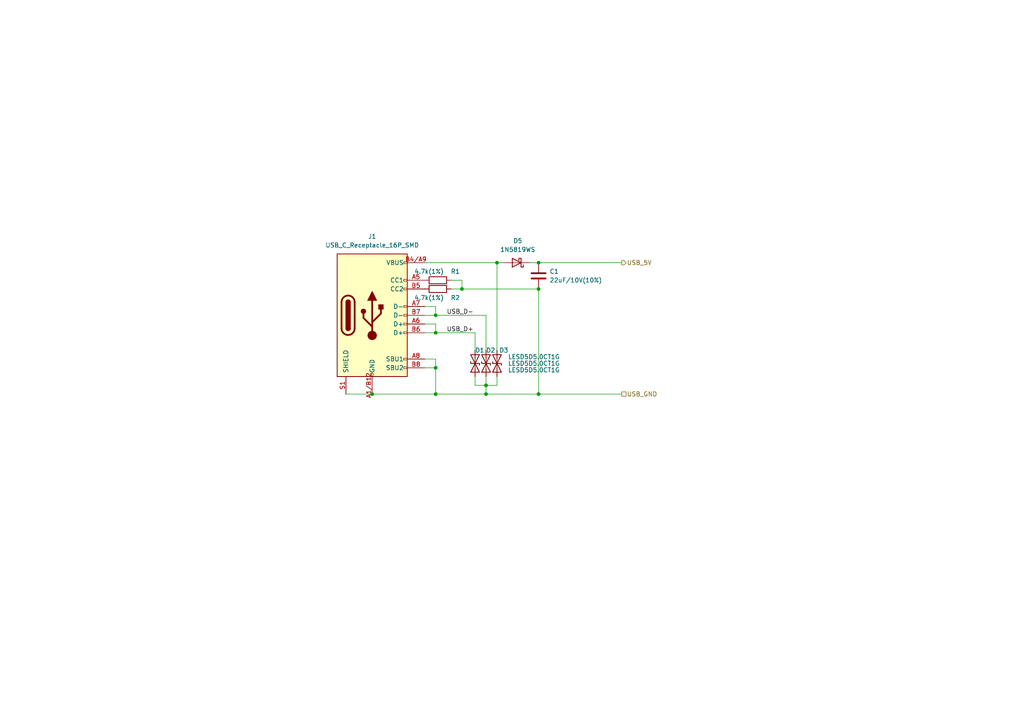
<source format=kicad_sch>
(kicad_sch (version 20230121) (generator eeschema)
  (paper "A4")
  (lib_symbols
    (symbol "Connector_Custom:USB_C_Receptacle_16P_SMD" (pin_names (offset 1.016))
      (property "Reference" "J" (at -12.7 11.43 0))
      (property "Value" "USB_C_Receptacle_16P_SMD" (at -12.7 -15.24 0))
      (symbol "USB_C_Receptacle_16P_SMD_0_0"
        (rectangle (start -2.794 -25.4) (end -2.286 -24.384))
        (rectangle (start 7.62 -22.606) (end 6.604 -23.114))
        (rectangle (start 7.62 -20.066) (end 6.604 -20.574))
        (rectangle (start 7.62 -12.446) (end 6.604 -12.954))
        (rectangle (start 7.62 -9.906) (end 6.604 -10.414))
        (rectangle (start 7.62 -7.366) (end 6.604 -7.874))
        (rectangle (start 7.62 -4.826) (end 6.604 -5.334))
        (rectangle (start 7.62 0.254) (end 6.604 -0.254))
        (rectangle (start 7.62 2.794) (end 6.604 2.286))
        (rectangle (start 7.62 7.874) (end 6.604 7.366))
      )
      (symbol "USB_C_Receptacle_16P_SMD_0_1"
        (rectangle (start -12.7 10.16) (end 7.62 -25.4) (stroke (width 0.254)) (fill (type background)))
        (arc (start -11.43 -11.43) (mid -9.525 -13.3267) (end -7.62 -11.43) (stroke (width 0.508)))
        (arc (start -10.16 -11.43) (mid -9.525 -12.0623) (end -8.89 -11.43) (stroke (width 0.254)))
        (arc (start -10.16 -11.43) (mid -9.525 -12.0623) (end -8.89 -11.43) (stroke (width 0.254)) (fill (type outline)))
        (rectangle (start -10.16 -11.43) (end -8.89 -3.81) (stroke (width 0.254)) (fill (type outline)))
        (arc (start -8.89 -3.81) (mid -9.525 -3.1777) (end -10.16 -3.81) (stroke (width 0.254)))
        (arc (start -8.89 -3.81) (mid -9.525 -3.1777) (end -10.16 -3.81) (stroke (width 0.254)) (fill (type outline)))
        (arc (start -7.62 -3.81) (mid -9.525 -1.9133) (end -11.43 -3.81) (stroke (width 0.508)))
        (circle (center -5.08 -6.477) (radius 0.635) (stroke (width 0.254)) (fill (type outline)))
        (circle (center -2.54 -13.462) (radius 1.27) (fill (type outline)))
        (rectangle (start -0.635 -5.842) (end 0.635 -4.572) (stroke (width 0.254)) (fill (type outline)))
        (polyline (pts (xy -11.43 -11.43) (xy -11.43 -3.81)) (stroke (width 0.508)))
        (polyline (pts (xy -7.62 -3.81) (xy -7.62 -11.43)) (stroke (width 0.508)))
        (polyline (pts (xy -2.54 -13.462) (xy -2.54 -3.302)) (stroke (width 0.508)))
        (polyline (pts (xy -2.54 -10.922) (xy -5.08 -8.382) (xy -5.08 -7.112)) (stroke (width 0.508)))
        (polyline (pts (xy -2.54 -9.652) (xy 0 -7.112) (xy 0 -5.842)) (stroke (width 0.508)))
        (polyline (pts (xy -3.81 -3.302) (xy -2.54 -0.762) (xy -1.27 -3.302) (xy -3.81 -3.302)) (stroke (width 0.254)) (fill (type outline)))
      )
      (symbol "USB_C_Receptacle_16P_SMD_1_1"
        (pin passive line (at -2.54 -30.48 90) (length 5.08) (name "GND") (number "A1/B12"))
        (pin passive line (at 12.7 7.62 180) (length 5.08) hide (name "VBUS") (number "A4/B9"))
        (pin bidirectional line (at 12.7 2.54 180) (length 5.08) (name "CC1") (number "A5"))
        (pin bidirectional line (at 12.7 -10.16 180) (length 5.08) (name "D+") (number "A6"))
        (pin bidirectional line (at 12.7 -5.08 180) (length 5.08) (name "D-") (number "A7"))
        (pin bidirectional line (at 12.7 -20.32 180) (length 5.08) (name "SBU1") (number "A8"))
        (pin passive line (at -2.54 -30.48 90) (length 5.08) hide (name "GND") (number "B1/A12"))
        (pin passive line (at 12.7 7.62 180) (length 5.08) (name "VBUS") (number "B4/A9"))
        (pin bidirectional line (at 12.7 0 180) (length 5.08) (name "CC2") (number "B5"))
        (pin bidirectional line (at 12.7 -12.7 180) (length 5.08) (name "D+") (number "B6"))
        (pin bidirectional line (at 12.7 -7.62 180) (length 5.08) (name "D-") (number "B7"))
        (pin bidirectional line (at 12.7 -22.86 180) (length 5.08) (name "SBU2") (number "B8"))
        (pin passive line (at -10.16 -30.48 90) (length 5.08) (name "SHIELD") (number "S1"))
        (pin passive line (at -10.16 -30.48 90) (length 5.08) hide (name "SHIELD") (number "S2"))
        (pin passive line (at -10.16 -30.48 90) (length 5.08) hide (name "SHIELD") (number "S3"))
        (pin passive line (at -10.16 -30.48 90) (length 5.08) hide (name "SHIELD") (number "S4"))
      )
    )
    (symbol "Device:C" (pin_numbers hide) (pin_names (offset 0.254))
      (property "Reference" "C" (at 0.635 2.54 0))
      (property "Value" "C" (at 0.635 -2.54 0))
      (symbol "C_0_1"
        (polyline (pts (xy -2.032 -0.762) (xy 2.032 -0.762)) (stroke (width 0.508)))
        (polyline (pts (xy -2.032 0.762) (xy 2.032 0.762)) (stroke (width 0.508)))
      )
      (symbol "C_1_1"
        (pin passive line (at 0 3.81 270) (length 2.794) (name "~") (number "1"))
        (pin passive line (at 0 -3.81 90) (length 2.794) (name "~") (number "2"))
      )
    )
    (symbol "Device:D_TVS" (pin_numbers hide) (pin_names (offset 1.016) hide)
      (property "Reference" "D" (at 0 2.54 0))
      (property "Value" "D_TVS" (at 0 -2.54 0))
      (symbol "D_TVS_0_1"
        (polyline (pts (xy 1.27 0) (xy -1.27 0)))
        (polyline (pts (xy 0.508 1.27) (xy 0 1.27) (xy 0 -1.27) (xy -0.508 -1.27)) (stroke (width 0.254)))
        (polyline (pts (xy -2.54 1.27) (xy -2.54 -1.27) (xy 2.54 1.27) (xy 2.54 -1.27) (xy -2.54 1.27)) (stroke (width 0.254)))
      )
      (symbol "D_TVS_1_1"
        (pin passive line (at -3.81 0 0) (length 2.54) (name "A1") (number "1"))
        (pin passive line (at 3.81 0 180) (length 2.54) (name "A2") (number "2"))
      )
    )
    (symbol "Device:R" (pin_numbers hide) (pin_names (offset 0))
      (property "Reference" "R" (at 2.032 0 90))
      (property "Value" "R" (at 0 0 90))
      (symbol "R_0_1"
        (rectangle (start -1.016 -2.54) (end 1.016 2.54) (stroke (width 0.254)))
      )
      (symbol "R_1_1"
        (pin passive line (at 0 3.81 270) (length 1.27) (name "~") (number "1"))
        (pin passive line (at 0 -3.81 90) (length 1.27) (name "~") (number "2"))
      )
    )
    (symbol "Diode:1N5819WS" (pin_numbers hide) (pin_names (offset 1.016) hide)
      (property "Reference" "D" (at 0 2.54 0))
      (property "Value" "1N5819WS" (at 0 -2.54 0))
      (symbol "1N5819WS_0_1"
        (polyline (pts (xy 1.27 0) (xy -1.27 0)))
        (polyline (pts (xy 1.27 1.27) (xy 1.27 -1.27) (xy -1.27 0) (xy 1.27 1.27)) (stroke (width 0.254)))
        (polyline (pts (xy -1.905 0.635) (xy -1.905 1.27) (xy -1.27 1.27) (xy -1.27 -1.27) (xy -0.635 -1.27) (xy -0.635 -0.635)) (stroke (width 0.254)))
      )
      (symbol "1N5819WS_1_1"
        (pin passive line (at -3.81 0 0) (length 2.54) (name "K") (number "1"))
        (pin passive line (at 3.81 0 180) (length 2.54) (name "A") (number "2"))
      )
    )
  )
  (junction (at 156.21 76.2))
  (junction (at 140.97 114.3))
  (junction (at 126.365 91.44))
  (junction (at 126.365 96.52))
  (junction (at 126.365 106.68))
  (junction (at 107.95 114.3))
  (junction (at 156.21 114.3))
  (junction (at 126.365 114.3))
  (junction (at 156.21 83.82))
  (junction (at 140.97 111.76))
  (junction (at 133.985 83.82))
  (junction (at 144.145 76.2))
  (wire (pts (xy 153.67 76.2) (xy 156.21 76.2)))
  (wire (pts (xy 133.985 81.28) (xy 130.81 81.28)))
  (wire (pts (xy 156.21 114.3) (xy 180.34 114.3)))
  (wire (pts (xy 126.365 104.14) (xy 123.19 104.14)))
  (wire (pts (xy 126.365 88.9) (xy 123.19 88.9)))
  (wire (pts (xy 126.365 93.98) (xy 123.19 93.98)))
  (wire (pts (xy 137.795 111.76) (xy 140.97 111.76)))
  (wire (pts (xy 137.795 96.52) (xy 137.795 101.6)))
  (wire (pts (xy 156.21 114.3) (xy 156.21 83.82)))
  (wire (pts (xy 133.985 81.28) (xy 133.985 83.82)))
  (wire (pts (xy 144.145 109.22) (xy 144.145 111.76)))
  (wire (pts (xy 126.365 93.98) (xy 126.365 96.52)))
  (wire (pts (xy 126.365 96.52) (xy 123.19 96.52)))
  (wire (pts (xy 140.97 91.44) (xy 140.97 101.6)))
  (wire (pts (xy 137.795 109.22) (xy 137.795 111.76)))
  (wire (pts (xy 133.985 83.82) (xy 130.81 83.82)))
  (wire (pts (xy 126.365 114.3) (xy 140.97 114.3)))
  (wire (pts (xy 126.365 106.68) (xy 123.19 106.68)))
  (wire (pts (xy 100.33 114.3) (xy 107.95 114.3)))
  (wire (pts (xy 126.365 96.52) (xy 137.795 96.52)))
  (wire (pts (xy 123.19 76.2) (xy 144.145 76.2)))
  (wire (pts (xy 126.365 106.68) (xy 126.365 114.3)))
  (wire (pts (xy 126.365 104.14) (xy 126.365 106.68)))
  (wire (pts (xy 133.985 83.82) (xy 156.21 83.82)))
  (wire (pts (xy 144.145 76.2) (xy 146.05 76.2)))
  (wire (pts (xy 126.365 91.44) (xy 140.97 91.44)))
  (wire (pts (xy 144.145 76.2) (xy 144.145 101.6)))
  (wire (pts (xy 126.365 91.44) (xy 123.19 91.44)))
  (wire (pts (xy 140.97 109.22) (xy 140.97 111.76)))
  (wire (pts (xy 144.145 111.76) (xy 140.97 111.76)))
  (wire (pts (xy 140.97 111.76) (xy 140.97 114.3)))
  (wire (pts (xy 156.21 76.2) (xy 180.34 76.2)))
  (wire (pts (xy 140.97 114.3) (xy 156.21 114.3)))
  (wire (pts (xy 107.95 114.3) (xy 126.365 114.3)))
  (wire (pts (xy 126.365 88.9) (xy 126.365 91.44)))
  (label "USB_D+" (at 129.54 96.52 0))
  (label "USB_D-" (at 129.54 91.44 0))
  (hierarchical_label "USB_5V" (shape output) (at 180.34 76.2 0))
  (hierarchical_label "USB_GND" (shape passive) (at 180.34 114.3 0))
  (symbol (lib_id "Connector_Custom:USB_C_Receptacle_16P_SMD") (at 110.49 83.82 0) (unit 1)
    (property "Reference" "J1" (at 107.95 68.58 0))
    (property "Value" "USB_C_Receptacle_16P_SMD" (at 107.95 71.12 0))
    (property "Footprint" "Connector_Custom:USB_C_Receptacle_16P_SMD" (effects hide))
    (property "MAXIMUM_PACKAGE_HEIGHT" "3.26 mm" (effects hide))
    (property "Package" "None" (effects hide))
    (property "Price" "None" (effects hide))
    (property "Check_prices" "https://www.snapeda.com/parts/USB4110-GF-A/Global+Connector+Technology/view-part/?ref=eda" (effects hide))
    (property "STANDARD" "Manufacturer Recommendations" (effects hide))
    (property "PARTREV" "B" (effects hide))
    (property "SnapEDA_Link" "https://www.snapeda.com/parts/USB4110-GF-A/Global+Connector+Technology/view-part/?ref=snap" (effects hide))
    (property "MP" "USB4110-GF-A" (effects hide))
    (property "Purchase-URL" "https://www.snapeda.com/api/url_track_click_mouser/?unipart_id=4001167&manufacturer=GCT&part_name=USB4110-GF-A&search_term=usb typec" (effects hide))
    (property "Description" "\nUSB-C (USB TYPE-C) USB 2.0 Receptacle Connector 24 (16+8 Dummy) Position Surface Mount, Right Angle; Through Hole\n" (effects hide))
    (property "Availability" "In Stock" (effects hide))
    (property "MANUFACTURER" "GCT" (effects hide))
  )
  (symbol (lib_id "Device:R") (at 127 83.82 90) (unit 1)
    (property "Reference" "R2" (at 132.08 86.36 90))
    (property "Value" "4.7k(1%)" (at 124.46 86.36 90))
    (property "Footprint" "Resistor_SMD:R_0402_1005Metric" (effects hide))
    (instances (project "YYSJ_2.1''_knob" (path "" (reference "R2") (unit 1))) (project "esp_round_screen" (path "" (reference "R5") (unit 1))))
  )
  (symbol (lib_id "Diode:1N5819WS") (at 149.86 76.2 180) (unit 1)
    (property "Reference" "D5" (at 150.1775 69.85 0))
    (property "Value" "1N5819WS" (at 150.1775 72.39 0))
    (property "Footprint" "Diode_SMD:D_SOD-323" (effects hide))
    (property "Datasheet" "https://datasheet.lcsc.com/lcsc/2204281430_Guangdong-Hottech-1N5819WS_C191023.pdf" (effects hide))
  )
  (symbol (lib_id "Device:D_TVS") (at 140.97 105.41 90) (unit 1)
    (property "Reference" "D2" (at 140.97 101.6 90) (effects (justify right)))
    (property "Value" "LESD5D5.0CT1G" (at 147.32 105.41 90) (effects (justify right)))
    (property "Footprint" "Diode_SMD:D_SOD-523" (effects hide))
    (instances (project "YYSJ_2.1''_knob" (path "" (reference "D2") (unit 1))) (project "esp_round_screen" (path "" (reference "D3") (unit 1))))
  )
  (symbol (lib_id "Device:D_TVS") (at 144.145 105.41 90) (unit 1)
    (property "Reference" "D3" (at 144.78 101.6 90) (effects (justify right)))
    (property "Value" "LESD5D5.0CT1G" (at 147.32 107.315 90) (effects (justify right)))
    (property "Footprint" "Diode_SMD:D_SOD-523" (effects hide))
    (instances (project "YYSJ_2.1''_knob" (path "" (reference "D3") (unit 1))) (project "esp_round_screen" (path "" (reference "D4") (unit 1))))
  )
  (symbol (lib_id "Device:C") (at 156.21 80.01 0) (unit 1)
    (property "Reference" "C1" (at 159.385 78.74 0) (effects (justify left)))
    (property "Value" "22uF/10V(10%)" (at 159.385 81.28 0) (effects (justify left)))
    (property "Footprint" "Capacitor_SMD:C_1206_3216Metric" (effects hide))
  )
  (symbol (lib_id "Device:D_TVS") (at 137.795 105.41 90) (unit 1)
    (property "Reference" "D1" (at 137.795 101.6 90) (effects (justify right)))
    (property "Value" "LESD5D5.0CT1G" (at 147.32 103.505 90) (effects (justify right)))
    (property "Footprint" "Diode_SMD:D_SOD-523" (effects hide))
    (instances (project "YYSJ_2.1''_knob" (path "" (reference "D1") (unit 1))) (project "esp_round_screen" (path "" (reference "D2") (unit 1))))
  )
  (symbol (lib_id "Device:R") (at 127 81.28 90) (unit 1)
    (property "Reference" "R1" (at 132.08 78.74 90))
    (property "Value" "4.7k(1%)" (at 124.46 78.74 90))
    (property "Footprint" "Resistor_SMD:R_0402_1005Metric" (effects hide))
    (instances (project "YYSJ_2.1''_knob" (path "" (reference "R1") (unit 1))) (project "esp_round_screen" (path "" (reference "R4") (unit 1))))
  )
)
</source>
